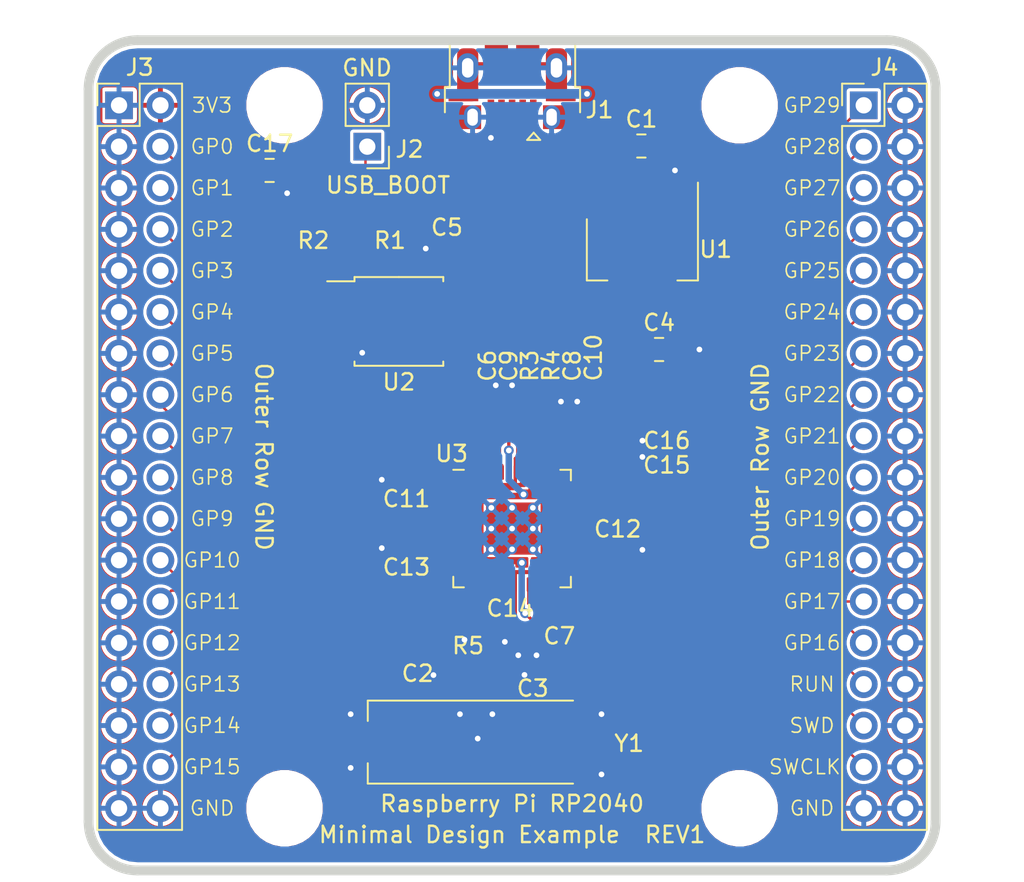
<source format=kicad_pcb>
(kicad_pcb (version 20211014) (generator pcbnew)
  (title_block (title "RP2040 Minimal Design Example") (date "2020-07-13") (rev "REV1") (company "Raspberry Pi (Trading) Ltd"))
  (layers (0 "F.Cu" signal) (31 "B.Cu" signal) (34 "B.Paste" user) (35 "F.Paste" user) (36 "B.SilkS" user "B.Silkscreen") (37 "F.SilkS" user "F.Silkscreen") (38 "B.Mask" user) (39 "F.Mask" user) (44 "Edge.Cuts" user))
  (net 0 "")
  (net 1 "GND")
  (net 2 "VBUS")
  (net 3 "/XIN")
  (net 4 "/XOUT")
  (net 5 "+3V3")
  (net 6 "+1V1")
  (net 7 "Net-(J1-Pad4)")
  (net 8 "/~{USB_BOOT}")
  (net 9 "/GPIO15")
  (net 10 "/GPIO14")
  (net 11 "/GPIO13")
  (net 12 "/GPIO12")
  (net 13 "/GPIO11")
  (net 14 "/GPIO10")
  (net 15 "/GPIO9")
  (net 16 "/GPIO8")
  (net 17 "/GPIO7")
  (net 18 "/GPIO6")
  (net 19 "/GPIO5")
  (net 20 "/GPIO4")
  (net 21 "/GPIO3")
  (net 22 "/GPIO2")
  (net 23 "/GPIO1")
  (net 24 "/GPIO0")
  (net 25 "/GPIO29_ADC3")
  (net 26 "/GPIO28_ADC2")
  (net 27 "/GPIO27_ADC1")
  (net 28 "/GPIO26_ADC0")
  (net 29 "/GPIO25")
  (net 30 "/GPIO24")
  (net 31 "/GPIO23")
  (net 32 "/GPIO22")
  (net 33 "/GPIO21")
  (net 34 "/GPIO20")
  (net 35 "/GPIO19")
  (net 36 "/GPIO18")
  (net 37 "/GPIO17")
  (net 38 "/GPIO16")
  (net 39 "/RUN")
  (net 40 "/SWD")
  (net 41 "/SWCLK")
  (net 42 "/QSPI_SS")
  (net 43 "Net-(R3-Pad2)")
  (net 44 "Net-(R4-Pad2)")
  (net 45 "/QSPI_SD3")
  (net 46 "/QSPI_SCLK")
  (net 47 "/QSPI_SD0")
  (net 48 "/QSPI_SD2")
  (net 49 "/QSPI_SD1")
  (net 50 "/USB_D+")
  (net 51 "/USB_D-")
  (net 52 "Net-(C3-Pad1)")
  (footprint "Capacitor_SMD:C_0805_2012Metric" (layer "F.Cu") (at 109.025 89)
    (fp_text reference "C4")
    (fp_text value "10u")
  )
  (footprint "RP2040_minimal:USB_Micro-B_Amphenol_10103594-0001LF_Horizontal_modified" (layer "F.Cu") (at 100 71.7 180)
    (fp_text reference "J1")
    (fp_text value "USB_B_Micro")
  )
  (footprint "Connector_PinHeader_2.54mm:PinHeader_1x02_P2.54mm_Vertical" (layer "F.Cu") (at 91.11 76.54 180)
    (fp_text reference "J2")
    (fp_text value "Conn_01x02")
  )
  (footprint "Connector_PinHeader_2.54mm:PinHeader_2x18_P2.54mm_Vertical" (layer "F.Cu") (at 75.87 74)
    (fp_text reference "J3")
    (fp_text value "Conn_02x18_Odd_Even")
  )
  (footprint "Capacitor_SMD:C_0402_1005Metric" (layer "F.Cu") (at 104 93.515 90)
    (fp_text reference "C10")
    (fp_text value "1u")
  )
  (footprint "Capacitor_SMD:C_0402_1005Metric" (layer "F.Cu") (at 103 93.515 90)
    (fp_text reference "C8")
    (fp_text value "1u")
  )
  (footprint "Capacitor_SMD:C_0402_1005Metric" (layer "F.Cu") (at 93.515 101.2 180)
    (fp_text reference "C13")
    (fp_text value "100n")
  )
  (footprint "Capacitor_SMD:C_0402_1005Metric" (layer "F.Cu") (at 96.185 82.83 180)
    (fp_text reference "C5")
    (fp_text value "100n")
  )
  (footprint "Capacitor_SMD:C_0402_1005Metric" (layer "F.Cu") (at 89.5 82.315 -90)
    (fp_text reference "R2")
    (fp_text value "DNF")
  )
  (footprint "Connector_PinHeader_2.54mm:PinHeader_2x18_P2.54mm_Vertical" (layer "F.Cu") (at 121.59 74)
    (fp_text reference "J4")
    (fp_text value "Conn_02x18_Odd_Even")
  )
  (footprint "Package_TO_SOT_SMD:SOT-223-3_TabPin2" (layer "F.Cu") (at 108 82.85 -90)
    (fp_text reference "U1")
    (fp_text value "NCP1117-3.3_SOT223")
  )
  (footprint "Package_SO:SOIC-8_5.23x5.23mm_P1.27mm" (layer "F.Cu") (at 93.05 87.275)
    (fp_text reference "U2")
    (fp_text value "W25Q128JVS")
  )
  (footprint "Capacitor_SMD:C_0402_1005Metric" (layer "F.Cu") (at 99.485 109)
    (fp_text reference "C3")
    (fp_text value "27p")
  )
  (footprint "Capacitor_SMD:C_0402_1005Metric" (layer "F.Cu") (at 91 82.315 90)
    (fp_text reference "R1")
    (fp_text value "1k")
  )
  (footprint "Capacitor_SMD:C_0402_1005Metric" (layer "F.Cu") (at 100 92.515 90)
    (fp_text reference "C9")
    (fp_text value "100n")
  )
  (footprint "Capacitor_SMD:C_0402_1005Metric" (layer "F.Cu") (at 106.485 101.2)
    (fp_text reference "C12")
    (fp_text value "100n")
  )
  (footprint "Capacitor_SMD:C_0402_1005Metric" (layer "F.Cu") (at 100.381 106.485 -90)
    (fp_text reference "C14")
    (fp_text value "100n")
  )
  (footprint "Capacitor_SMD:C_0402_1005Metric" (layer "F.Cu") (at 101 93.515 -90)
    (fp_text reference "R3")
    (fp_text value "27")
  )
  (footprint "Capacitor_SMD:C_0402_1005Metric" (layer "F.Cu") (at 101.5 106.485 -90)
    (fp_text reference "C7")
    (fp_text value "100n")
  )
  (footprint "Capacitor_SMD:C_0805_2012Metric" (layer "F.Cu") (at 107.9375 76.5)
    (fp_text reference "C1")
    (fp_text value "10u")
  )
  (footprint "Capacitor_SMD:C_0402_1005Metric" (layer "F.Cu") (at 93.515 97 180)
    (fp_text reference "C11")
    (fp_text value "100n")
  )
  (footprint "Capacitor_SMD:C_0402_1005Metric" (layer "F.Cu") (at 106.485 94.6)
    (fp_text reference "C16")
    (fp_text value "100n")
  )
  (footprint "RP2040_minimal:RP2040-QFN-56" (layer "F.Cu") (at 100 100)
    (fp_text reference "U3")
    (fp_text value "RP2040")
  )
  (footprint "Capacitor_SMD:C_0402_1005Metric" (layer "F.Cu") (at 96.515 109 180)
    (fp_text reference "C2")
    (fp_text value "27p")
  )
  (footprint "MountingHole:MountingHole_2.7mm_M2.5" (layer "F.Cu") (at 113.97 74)
    (fp_text reference "H2" hide)
    (fp_text value "MountingHole")
  )
  (footprint "Capacitor_SMD:C_0402_1005Metric" (layer "F.Cu") (at 102 93.515 -90)
    (fp_text reference "R4")
    (fp_text value "27")
  )
  (footprint "MountingHole:MountingHole_2.7mm_M2.5" (layer "F.Cu") (at 113.97 117.18)
    (fp_text reference "H3" hide)
    (fp_text value "MountingHole")
  )
  (footprint "Capacitor_SMD:C_0402_1005Metric" (layer "F.Cu") (at 99 92.515 90)
    (fp_text reference "C6")
    (fp_text value "100n")
  )
  (footprint "Capacitor_SMD:C_0402_1005Metric" (layer "F.Cu") (at 106.485 96)
    (fp_text reference "C15")
    (fp_text value "100n")
  )
  (footprint "Capacitor_SMD:C_0402_1005Metric" (layer "F.Cu") (at 98.7 107.115 -90)
    (fp_text reference "R5")
    (fp_text value "1k")
  )
  (footprint "MountingHole:MountingHole_2.7mm_M2.5" (layer "F.Cu") (at 86.03 74)
    (fp_text reference "H1" hide)
    (fp_text value "MountingHole")
  )
  (footprint "MountingHole:MountingHole_2.7mm_M2.5" (layer "F.Cu") (at 86.03 117.18)
    (fp_text reference "H4" hide)
    (fp_text value "MountingHole")
  )
  (footprint "RP2040_minimal:Crystal_SMD_HC49-US" (layer "F.Cu") (at 97.841 113.116)
    (fp_text reference "Y1")
    (fp_text value "ABLS-12.000MHZ-B4-T")
  )
  (footprint "Capacitor_SMD:C_0805_2012Metric" (layer "F.Cu") (at 85.115 78)
    (fp_text reference "C17")
    (fp_text value "10u")
  )
  (gr_line (start 123 121) (end 77 121) (layer "Edge.Cuts") (width 0.6))
  (gr_line (start 126 73) (end 126 118) (layer "Edge.Cuts") (width 0.6))
  (gr_line (start 77 70) (end 123 70) (layer "Edge.Cuts") (width 0.6))
  (gr_line (start 74 118) (end 74 73) (layer "Edge.Cuts") (width 0.6))
  (gr_arc (start 77 121) (mid 74.87868 120.12132) (end 74 118) (layer "Edge.Cuts") (width 0.6))
  (gr_arc (start 123 70) (mid 125.12132 70.87868) (end 126 73) (layer "Edge.Cuts") (width 0.6))
  (gr_arc (start 74 73) (mid 74.87868 70.87868) (end 77 70) (layer "Edge.Cuts") (width 0.6))
  (gr_arc (start 126 118) (mid 125.12132 120.12132) (end 123 121) (layer "Edge.Cuts") (width 0.6))
  (gr_text "GP1" (at 81.585 79.08) (layer "F.SilkS") (effects (font (size 0.9 0.9) (thickness 0.1))))
  (gr_text "GP2" (at 81.585 81.62) (layer "F.SilkS") (effects (font (size 0.9 0.9) (thickness 0.1))))
  (gr_text "GP3" (at 81.585 84.16) (layer "F.SilkS") (effects (font (size 0.9 0.9) (thickness 0.1))))
  (gr_text "GP4" (at 81.585 86.7) (layer "F.SilkS") (effects (font (size 0.9 0.9) (thickness 0.1))))
  (gr_text "GP5" (at 81.585 89.24) (layer "F.SilkS") (effects (font (size 0.9 0.9) (thickness 0.1))))
  (gr_text "GP6" (at 81.585 91.78) (layer "F.SilkS") (effects (font (size 0.9 0.9) (thickness 0.1))))
  (gr_text "GP7" (at 81.585 94.32) (layer "F.SilkS") (effects (font (size 0.9 0.9) (thickness 0.1))))
  (gr_text "GP8" (at 81.585 96.86) (layer "F.SilkS") (effects (font (size 0.9 0.9) (thickness 0.1))))
  (gr_text "GP9" (at 81.585 99.4) (layer "F.SilkS") (effects (font (size 0.9 0.9) (thickness 0.1))))
  (gr_text "GP11" (at 81.585 104.48) (layer "F.SilkS") (effects (font (size 0.9 0.9) (thickness 0.1))))
  (gr_text "GP10" (at 81.585 101.94) (layer "F.SilkS") (effects (font (size 0.9 0.9) (thickness 0.1))))
  (gr_text "GP12" (at 81.585 107.02) (layer "F.SilkS") (effects (font (size 0.9 0.9) (thickness 0.1))))
  (gr_text "GP13" (at 81.585 109.56) (layer "F.SilkS") (effects (font (size 0.9 0.9) (thickness 0.1))))
  (gr_text "GP15" (at 81.585 114.64) (layer "F.SilkS") (effects (font (size 0.9 0.9) (thickness 0.1))))
  (gr_text "GP14" (at 81.585 112.1) (layer "F.SilkS") (effects (font (size 0.9 0.9) (thickness 0.1))))
  (gr_text "GP28" (at 118.415 76.54) (layer "F.SilkS") (effects (font (size 0.9 0.9) (thickness 0.1))))
  (gr_text "GP27" (at 118.415 79.08) (layer "F.SilkS") (effects (font (size 0.9 0.9) (thickness 0.1))))
  (gr_text "GP26" (at 118.415 81.62) (layer "F.SilkS") (effects (font (size 0.9 0.9) (thickness 0.1))))
  (gr_text "GP25" (at 118.415 84.16) (layer "F.SilkS") (effects (font (size 0.9 0.9) (thickness 0.1))))
  (gr_text "GP24" (at 118.415 86.7) (layer "F.SilkS") (effects (font (size 0.9 0.9) (thickness 0.1))))
  (gr_text "GP23" (at 118.415 89.24) (layer "F.SilkS") (effects (font (size 0.9 0.9) (thickness 0.1))))
  (gr_text "GP21" (at 118.415 94.32) (layer "F.SilkS") (effects (font (size 0.9 0.9) (thickness 0.1))))
  (gr_text "GP20" (at 118.415 96.86) (layer "F.SilkS") (effects (font (size 0.9 0.9) (thickness 0.1))))
  (gr_text "GP19" (at 118.415 99.4) (layer "F.SilkS") (effects (font (size 0.9 0.9) (thickness 0.1))))
  (gr_text "GP17" (at 118.415 104.48) (layer "F.SilkS") (effects (font (size 0.9 0.9) (thickness 0.1))))
  (gr_text "GP22" (at 118.415 91.78) (layer "F.SilkS") (effects (font (size 0.9 0.9) (thickness 0.1))))
  (gr_text "GP18" (at 118.415 101.94) (layer "F.SilkS") (effects (font (size 0.9 0.9) (thickness 0.1))))
  (gr_text "SWCLK" (at 117.9705 114.64) (layer "F.SilkS") (effects (font (size 0.9 0.9) (thickness 0.1))))
  (gr_text "SWD" (at 118.415 112.1) (layer "F.SilkS") (effects (font (size 0.9 0.9) (thickness 0.1))))
  (gr_text "GP16" (at 118.415 107.02) (layer "F.SilkS") (effects (font (size 0.9 0.9) (thickness 0.1))))
  (gr_text "RUN" (at 118.415 109.56) (layer "F.SilkS") (effects (font (size 0.9 0.9) (thickness 0.1))))
  (gr_text "GND" (at 81.585 117.18) (layer "F.SilkS") (effects (font (size 0.9 0.9) (thickness 0.1))))
  (gr_text "GND" (at 118.415 117.18) (layer "F.SilkS") (effects (font (size 0.9 0.9) (thickness 0.1))))
  (gr_text "GP29" (at 118.415 74) (layer "F.SilkS") (effects (font (size 0.9 0.9) (thickness 0.1))))
  (gr_text "Outer Row GND" (at 84.76 95.59 270) (layer "F.SilkS") (effects (font (size 1 1))))
  (gr_text "Outer Row GND" (at 115.24 95.59 90) (layer "F.SilkS") (effects (font (size 1 1))))
  (gr_text "Raspberry Pi RP2040" (at 100 116.9) (layer "F.SilkS") (effects (font (size 1 1))))
  (gr_text "\nUSB_BOOT" (at 92.38 78.1) (layer "F.SilkS") (effects (font (size 1 1))))
  (gr_text "GND" (at 91.1 71.7) (layer "F.SilkS") (effects (font (size 1 1))))
  (gr_text "Minimal Design Example  REV1" (at 100 118.8) (layer "F.SilkS") (effects (font (size 1 1))))
  (gr_text "GP0" (at 81.585 76.54) (layer "F.SilkS") (effects (font (size 0.9 0.9) (thickness 0.1))))
  (gr_text "3V3" (at 81.585 74) (layer "F.SilkS") (effects (font (size 0.9 0.9) (thickness 0.1))))
  (segment (start 93.03 101.2) (end 92 101.2) (width 0.2) (layer "F.Cu") (net 1))
  (segment (start 100.381 106.97) (end 100.381 107.781984) (width 0.2) (layer "F.Cu") (net 1))
  (segment (start 100.96 71.45) (end 102.46 71.45) (width 0.2) (layer "F.Cu") (net 1))
  (segment (start 99 104.6545) (end 97.079 106.5755) (width 0.15) (layer "F.Cu") (net 1))
  (segment (start 93.03 97) (end 92 97) (width 0.2) (layer "F.Cu") (net 1))
  (segment (start 101.5 106.97) (end 101.5 107.782004) (width 0.2) (layer "F.Cu") (net 1))
  (segment (start 110.3 78.3) (end 110 78) (width 0.2) (layer "F.Cu") (net 1))
  (segment (start 86.14 78) (end 86.14 79.25) (width 0.15) (layer "F.Cu") (net 1))
  (segment (start 102.46 71.45) (end 102.73 71.72) (width 0.2) (layer "F.Cu") (net 1))
  (segment (start 99 92.03) (end 99 91.200008) (width 0.2) (layer "F.Cu") (net 1))
  (segment (start 86.19 79) (end 86.19 79.1) (width 0.15) (layer "F.Cu") (net 1))
  (segment (start 99 113.35) (end 99 114.4) (width 0.2) (layer "F.Cu") (net 1))
  (segment (start 97.079 106.5755) (end 97.079 106.8295) (width 0.15) (layer "F.Cu") (net 1))
  (segment (start 89.45 89.18) (end 90.78 89.18) (width 0.2) (layer "F.Cu") (net 1))
  (segment (start 95.375 82.8) (end 94.7 82.8) (width 0.2) (layer "F.Cu") (net 1))
  (segment (start 95.405 82.83) (end 95.375 82.8) (width 0.2) (layer "F.Cu") (net 1))
  (segment (start 96.03 109) (end 95.174 109) (width 0.2) (layer "F.Cu") (net 1))
  (segment (start 106.97 94.6) (end 108 94.6) (width 0.2) (layer "F.Cu") (net 1))
  (segment (start 98.7 74.6) (end 98.7 76) (width 0.2) (layer "F.Cu") (net 1))
  (segment (start 100.7505 109) (end 100.762 108.9885) (width 0.15) (layer "F.Cu") (net 1))
  (segment (start 99.97 109) (end 99.97 108.68) (width 0.15) (layer "F.Cu") (net 1))
  (segment (start 108.875 76.5) (end 108.875 76.875) (width 0.2) (layer "F.Cu") (net 1))
  (segment (start 107.6 96) (end 108 95.6) (width 0.15) (layer "F.Cu") (net 1))
  (segment (start 110.3 79.7) (end 110.3 78.3) (width 0.2) (layer "F.Cu") (net 1))
  (segment (start 97.54 71.45) (end 97.27 71.72) (width 0.2) (layer "F.Cu") (net 1))
  (segment (start 99.97 109) (end 100.7505 109) (width 0.15) (layer "F.Cu") (net 1))
  (segment (start 104 93.03) (end 104 92.2) (width 0.2) (layer "F.Cu") (net 1))
  (segment (start 106.97 101.2) (end 107.075 101.305) (width 0.2) (layer "F.Cu") (net 1))
  (segment (start 99.04 71.45) (end 97.54 71.45) (width 0.2) (layer "F.Cu") (net 1))
  (segment (start 107.075 101.305) (end 108 101.305) (width 0.2) (layer "F.Cu") (net 1))
  (segment (start 100.381 107.781984) (end 100.380994 107.78199) (width 0.2) (layer "F.Cu") (net 1))
  (segment (start 108.875 76.875) (end 110 78) (width 0.2) (layer "F.Cu") (net 1))
  (segment (start 99.97 108.68) (end 99.5555 108.2655) (width 0.15) (layer "F.Cu") (net 1))
  (segment (start 96.8 111.65) (end 96.8 110.599974) (width 0.2) (layer "F.Cu") (net 1))
  (segment (start 90.78 89.18) (end 90.8 89.2) (width 0.2) (layer "F.Cu") (net 1))
  (segment (start 106.97 96) (end 107.6 96) (width 0.15) (layer "F.Cu") (net 1))
  (segment (start 100 92.03) (end 100 91.2) (width 0.2) (layer "F.Cu") (net 1))
  (segment (start 103 93.03) (end 103 92.2) (width 0.2) (layer "F.Cu") (net 1))
  (segment (start 99.5555 108.2655) (end 99.5555 108.0995) (width 0.15) (layer "F.Cu") (net 1))
  (segment (start 95.7 82.83) (end 95.405 82.83) (width 0.2) (layer "F.Cu") (net 1))
  (segment (start 99 103.4375) (end 99 104.6545) (width 0.15) (layer "F.Cu") (net 1))
  (segment (start 110.05 89) (end 111.5 89) (width 0.2) (layer "F.Cu") (net 1))
  (segment (start 86.14 78.95) (end 86.19 79) (width 0.15) (layer "F.Cu") (net 1))
  (via (at 99.5555 106.9565) (size 0.6) (drill 0.35) (layers "F.Cu" "B.Cu") (net 1))
  (via (at 97.89 112.9) (size 0.6) (drill 0.35) (layers "F.Cu" "B.Cu") (net 1))
  (via (at 98.79 111.4) (size 0.6) (drill 0.35) (layers "F.Cu" "B.Cu") (net 1))
  (via (at 90.09 114.7) (size 0.6) (drill 0.35) (layers "F.Cu" "B.Cu") (net 1))
  (via (at 90.09 111.4) (size 0.6) (drill 0.35) (layers "F.Cu" "B.Cu") (net 1))
  (via (at 105.49 111.4) (size 0.6) (drill 0.35) (layers "F.Cu" "B.Cu") (net 1))
  (via (at 100.762 108.9885) (size 0.6) (drill 0.35) (layers "F.Cu" "B.Cu") (net 1))
  (via (at 108 101.305) (size 0.6) (drill 0.35) (layers "F.Cu" "B.Cu") (net 1))
  (via (at 105.49 115.1) (size 0.6) (drill 0.35) (layers "F.Cu" "B.Cu") (net 1))
  (via (at 108 94.6) (size 0.6) (drill 0.35) (layers "F.Cu" "B.Cu") (net 1))
  (via (at 103 92.2) (size 0.6) (drill 0.35) (layers "F.Cu" "B.Cu") (net 1))
  (via (at 94.7 82.8) (size 0.6) (drill 0.35) (layers "F.Cu" "B.Cu") (net 1))
  (via (at 92 97) (size 0.6) (drill 0.35) (layers "F.Cu" "B.Cu") (net 1))
  (via (at 95.174 109) (size 0.6) (drill 0.35) (layers "F.Cu" "B.Cu") (net 1))
  (via (at 99 91.200008) (size 0.6) (drill 0.35) (layers "F.Cu" "B.Cu") (net 1))
  (via (at 92 101.2) (size 0.6) (drill 0.35) (layers "F.Cu" "B.Cu") (net 1))
  (via (at 100 91.2) (size 0.6) (drill 0.35) (layers "F.Cu" "B.Cu") (net 1))
  (via (at 100.380994 107.78199) (size 0.6) (drill 0.35) (layers "F.Cu" "B.Cu") (net 1))
  (via (at 111.5 89) (size 0.6) (drill 0.35) (layers "F.Cu" "B.Cu") (net 1))
  (via (at 101.5 107.782004) (size 0.6) (drill 0.35) (layers "F.Cu" "B.Cu") (net 1))
  (via (at 97.079 106.8295) (size 0.6) (drill 0.35) (layers "F.Cu" "B.Cu") (net 1))
  (via (at 104 92.2) (size 0.6) (drill 0.35) (layers "F.Cu" "B.Cu") (net 1))
  (via (at 98.7 76) (size 0.6) (drill 0.35) (layers "F.Cu" "B.Cu") (net 1))
  (via (at 108 95.6) (size 0.6) (drill 0.35) (layers "F.Cu" "B.Cu") (net 1))
  (via (at 90.8 89.2) (size 0.6) (drill 0.35) (layers "F.Cu" "B.Cu") (net 1))
  (via (at 96.8 111.4) (size 0.6) (drill 0.35) (layers "F.Cu" "B.Cu") (net 1))
  (via (at 86.19 79.4) (size 0.6) (drill 0.35) (layers "F.Cu" "B.Cu") (net 1))
  (via (at 110 78) (size 0.6) (drill 0.35) (layers "F.Cu" "B.Cu") (net 1))
  (segment (start 103.299999 92.499999) (end 103 92.2) (width 0.2) (layer "B.Cu") (net 1))
  (segment (start 104 93) (end 103.8 93) (width 0.2) (layer "B.Cu") (net 1))
  (segment (start 103.8 93) (end 103.299999 92.499999) (width 0.2) (layer "B.Cu") (net 1))
  (segment (start 101.3 75.5) (end 102.1 76.3) (width 0.4) (layer "F.Cu") (net 2))
  (segment (start 101.3 74.525) (end 101.3 75.5) (width 0.4) (layer "F.Cu") (net 2))
  (segment (start 97.8 108.2) (end 97 109) (width 0.15) (layer "F.Cu") (net 3))
  (segment (start 96.317 113.116) (end 93.341 113.116) (width 0.15) (layer "F.Cu") (net 3))
  (segment (start 97 109) (end 97.6505 109.6505) (width 0.15) (layer "F.Cu") (net 3))
  (segment (start 97.6505 111.7825) (end 96.317 113.116) (width 0.15) (layer "F.Cu") (net 3))
  (segment (start 97.8 106.537861) (end 97.8 108.2) (width 0.15) (layer "F.Cu") (net 3))
  (segment (start 99.4 103.4375) (end 99.4 104.937861) (width 0.15) (layer "F.Cu") (net 3))
  (segment (start 97.6505 109.6505) (end 97.6505 111.7825) (width 0.15) (layer "F.Cu") (net 3))
  (segment (start 99.4 104.937861) (end 97.8 106.537861) (width 0.15) (layer "F.Cu") (net 3))
  (segment (start 99.8 105.1) (end 98.7 106.2) (width 0.15) (layer "F.Cu") (net 4))
  (segment (start 98.7 106.2) (end 98.7 106.63) (width 0.15) (layer "F.Cu") (net 4))
  (segment (start 99.8 103.4375) (end 99.8 105.1) (width 0.15) (layer "F.Cu") (net 4))
  (segment (start 100.9525 106.2515) (end 100.9525 108.163) (width 0.15) (layer "F.Cu") (net 5))
  (segment (start 100 93.762534) (end 100.350001 94.112535) (width 0.2) (layer "F.Cu") (net 5))
  (segment (start 100.2 95.7) (end 100.2 96.5625) (width 0.2) (layer "F.Cu") (net 5))
  (segment (start 103.4375 97.4) (end 102.6 97.4) (width 0.2) (layer "F.Cu") (net 5))
  (segment (start 103.4375 101) (end 102.6 101) (width 0.2) (layer "F.Cu") (net 5))
  (segment (start 96.65 82.85) (end 96.67 82.83) (width 0.2) (layer "F.Cu") (net 5))
  (segment (start 100.381 105.6865) (end 100.381 106) (width 0.2) (layer "F.Cu") (net 5))
  (segment (start 102.2 97.2) (end 102.4 97.4) (width 0.2) (layer "F.Cu") (net 5))
  (segment (start 100.2 97.4) (end 100.2 97) (width 0.2) (layer "F.Cu") (net 5))
  (segment (start 102.6 96.5625) (end 102.6 97.4) (width 0.2) (layer "F.Cu") (net 5))
  (segment (start 100.9525 108.163) (end 101.096505 108.307005) (width 0.15) (layer "F.Cu") (net 5))
  (segment (start 100.2 102.8) (end 100 102.6) (width 0.2) (layer "F.Cu") (net 5))
  (segment (start 74.7 72.9) (end 74.7 75.2) (width 0.3) (layer "F.Cu") (net 5))
  (segment (start 100.6 95.799998) (end 100.350001 95.549999) (width 0.2) (layer "F.Cu") (net 5))
  (segment (start 101.096505 108.307005) (end 102.141995 108.307005) (width 0.15) (layer "F.Cu") (net 5))
  (segment (start 100.2 105.5055) (end 100.381 105.6865) (width 0.2) (layer "F.Cu") (net 5))
  (segment (start 108 86) (end 108 89) (width 0.2) (layer "F.Cu") (net 5))
  (segment (start 100.381 106) (end 100.701 106) (width 0.15) (layer "F.Cu") (net 5))
  (segment (start 100.6 96.5625) (end 100.6 97.2) (width 0.2) (layer "F.Cu") (net 5))
  (segment (start 96.5625 97.4) (end 97.4 97.4) (width 0.2) (layer "F.Cu") (net 5))
  (segment (start 105.8 101) (end 106 101.2) (width 0.2) (layer "F.Cu") (net 5))
  (segment (start 96.65 85.37) (end 96.65 82.85) (width 0.2) (layer "F.Cu") (net 5))
  (segment (start 102.2 96.1) (end 103.6 94.7) (width 0.2) (layer "F.Cu") (net 5))
  (segment (start 96.5625 101) (end 94.2 101) (width 0.2) (layer "F.Cu") (net 5))
  (segment (start 94.2 101) (end 94 101.2) (width 0.2) (layer "F.Cu") (net 5))
  (segment (start 100.6 96.5625) (end 100.6 95.799998) (width 0.2) (layer "F.Cu") (net 5))
  (segment (start 100.2 96.5625) (end 100.2 97.4) (width 0.2) (layer "F.Cu") (net 5))
  (segment (start 100.350001 95.549999) (end 100.2 95.7) (width 0.2) (layer "F.Cu") (net 5))
  (segment (start 102.2 96.5625) (end 102.2 97.2) (width 0.2) (layer "F.Cu") (net 5))
  (segment (start 100.6 97.2) (end 100.4 97.4) (width 0.2) (layer "F.Cu") (net 5))
  (segment (start 103.4375 101) (end 105.8 101) (width 0.2) (layer "F.Cu") (net 5))
  (segment (start 96.5625 101) (end 97.4 101) (width 0.2) (layer "F.Cu") (net 5))
  (segment (start 100.2 103.4375) (end 100.2 105.5055) (width 0.2) (layer "F.Cu") (net 5))
  (segment (start 100.701 106) (end 100.9525 106.2515) (width 0.15) (layer "F.Cu") (net 5))
  (segment (start 102.2 96.5625) (end 102.2 96.1) (width 0.2) (layer "F.Cu") (net 5))
  (segment (start 96.5625 97.4) (end 95.7 97.4) (width 0.2) (layer "F.Cu") (net 5))
  (segment (start 100.350001 94.112535) (end 100.350001 95.549999) (width 0.2) (layer "F.Cu") (net 5))
  (segment (start 100.2 103.4375) (end 100.2 102.8) (width 0.2) (layer "F.Cu") (net 5))
  (segment (start 100 93) (end 100 93.762534) (width 0.2) (layer "F.Cu") (net 5))
  (via (at 104.6 73.3) (size 0.6) (drill 0.35) (layers "F.Cu" "B.Cu") (net 5))
  (via (at 95.4 73.3) (size 0.6) (drill 0.35) (layers "F.Cu" "B.Cu") (net 5))
  (segment (start 104.6 73.3) (end 95.4 73.3) (width 0.6) (layer "B.Cu") (net 5))
  (segment (start 99.8 96.5625) (end 99.8 95.199994) (width 0.2) (layer "F.Cu") (net 6))
  (segment (start 101.5 106) (end 101.5 105.9) (width 0.2) (layer "F.Cu") (net 6))
  (segment (start 100.5 97.9) (end 100.7 97.9) (width 0.15) (layer "F.Cu") (net 6))
  (segment (start 99 93.295) (end 99.8 94.095) (width 0.2) (layer "F.Cu") (net 6))
  (segment (start 101.5 105.9) (end 100.8 105.2) (width 0.2) (layer "F.Cu") (net 6))
  (segment (start 103 94.6) (end 103 94) (width 0.2) (layer "F.Cu") (net 6))
  (segment (start 99.8 94.095) (end 99.8 94.77573) (width 0.2) (layer "F.Cu") (net 6))
  (segment (start 100.6 105) (end 100.8 105.2) (width 0.2) (layer "F.Cu") (net 6))
  (segment (start 101.8 96.5625) (end 101.8 97.4) (width 0.2) (layer "F.Cu") (net 6))
  (segment (start 99.8 94.77573) (end 99.8 95.199994) (width 0.2) (layer "F.Cu") (net 6))
  (segment (start 100.4 98) (end 100.5 97.9) (width 0.15) (layer "F.Cu") (net 6))
  (segment (start 99 93) (end 99 93.295) (width 0.2) (layer "F.Cu") (net 6))
  (segment (start 101.8 96.5625) (end 101.8 95.8) (width 0.2) (layer "F.Cu") (net 6))
  (segment (start 100.6 103.4375) (end 100.6 105) (width 0.2) (layer "F.Cu") (net 6))
  (segment (start 101.8 95.8) (end 103 94.6) (width 0.2) (layer "F.Cu") (net 6))
  (via (at 99.8 95.199994) (size 0.6) (drill 0.35) (layers "F.Cu" "B.Cu") (net 6))
  (via (at 100.8 105.2) (size 0.6) (drill 0.35) (layers "F.Cu" "B.Cu") (net 6))
  (via (at 100.7 97.9) (size 0.6) (drill 0.35) (layers "F.Cu" "B.Cu") (net 6))
  (via (at 100.59997 102.1) (size 0.6) (drill 0.35) (layers "F.Cu" "B.Cu") (net 6))
  (segment (start 100.59 102.10997) (end 100.59997 102.1) (width 0.4) (layer "B.Cu") (net 6))
  (segment (start 99.8 95.199994) (end 99.8 97.01) (width 0.4) (layer "B.Cu") (net 6))
  (segment (start 99.8 97.01) (end 100.69 97.9) (width 0.4) (layer "B.Cu") (net 6))
  (segment (start 100.59 104.99) (end 100.59 102.10997) (width 0.4) (layer "B.Cu") (net 6))
  (segment (start 100.8 105.2) (end 100.59 104.99) (width 0.4) (layer "B.Cu") (net 6))
  (segment (start 100.69 97.9) (end 100.7 97.9) (width 0.4) (layer "B.Cu") (net 6))
  (segment (start 91 81.83) (end 91 76.65) (width 0.15) (layer "F.Cu") (net 8))
  (segment (start 91 76.65) (end 91.11 76.54) (width 0.15) (layer "F.Cu") (net 8))
  (segment (start 96.687861 106.35) (end 86.7 106.35) (width 0.15) (layer "F.Cu") (net 9))
  (segment (start 86.7 106.35) (end 78.41 114.64) (width 0.15) (layer "F.Cu") (net 9))
  (segment (start 98.6 103.4375) (end 98.6 104.437861) (width 0.15) (layer "F.Cu") (net 9))
  (segment (start 98.6 104.437861) (end 96.687861 106.35) (width 0.15) (layer "F.Cu") (net 9))
  (segment (start 96.675 105.715) (end 84.795 105.715) (width 0.15) (layer "F.Cu") (net 10))
  (segment (start 84.795 105.715) (end 78.41 112.1) (width 0.15) (layer "F.Cu") (net 10))
  (segment (start 98.2 104.19) (end 96.675 105.715) (width 0.15) (layer "F.Cu") (net 10))
  (segment (start 98.2 103.4375) (end 98.2 104.19) (width 0.15) (layer "F.Cu") (net 10))
  (segment (start 82.89 105.08) (end 78.41 109.56) (width 0.15) (layer "F.Cu") (net 11))
  (segment (start 97.8 103.4375) (end 97.8 103.875) (width 0.15) (layer "F.Cu") (net 11))
  (segment (start 96.595 105.08) (end 82.89 105.08) (width 0.15) (layer "F.Cu") (net 11))
  (segment (start 97.8 103.875) (end 96.595 105.08) (width 0.15) (layer "F.Cu") (net 11))
  (segment (start 97.4 103.4375) (end 97.3 103.5375) (width 0.15) (layer "F.Cu") (net 12))
  (segment (start 96.19 104.445) (end 80.985 104.445) (width 0.15) (layer "F.Cu") (net 12))
  (segment (start 80.985 104.445) (end 78.41 107.02) (width 0.15) (layer "F.Cu") (net 12))
  (segment (start 97.0975 103.5375) (end 96.19 104.445) (width 0.15) (layer "F.Cu") (net 12))
  (segment (start 97.3 103.5375) (end 97.0975 103.5375) (width 0.15) (layer "F.Cu") (net 12))
  (segment (start 94.92 103.81) (end 79.08 103.81) (width 0.15) (layer "F.Cu") (net 13))
  (segment (start 79.08 103.81) (end 78.41 104.48) (width 0.15) (layer "F.Cu") (net 13))
  (segment (start 96.5625 102.6) (end 96.13 102.6) (width 0.15) (layer "F.Cu") (net 13))
  (segment (start 96.13 102.6) (end 94.92 103.81) (width 0.15) (layer "F.Cu") (net 13))
  (segment (start 94.285 103.175) (end 79.645 103.175) (width 0.15) (layer "F.Cu") (net 14))
  (segment (start 79.645 103.175) (end 78.41 101.94) (width 0.15) (layer "F.Cu") (net 14))
  (segment (start 95.26 102.2) (end 94.285 103.175) (width 0.15) (layer "F.Cu") (net 14))
  (segment (start 96.5625 102.2) (end 95.26 102.2) (width 0.15) (layer "F.Cu") (net 14))
  (segment (start 81.55 102.54) (end 78.41 99.4) (width 0.15) (layer "F.Cu") (net 15))
  (segment (start 96.5625 101.8) (end 95.025 101.8) (width 0.15) (layer "F.Cu") (net 15))
  (segment (start 95.025 101.8) (end 94.285 102.54) (width 0.15) (layer "F.Cu") (net 15))
  (segment (start 94.285 102.54) (end 81.55 102.54) (width 0.15) (layer "F.Cu") (net 15))
  (segment (start 94.79 101.4) (end 94.285 101.905) (width 0.15) (layer "F.Cu") (net 16))
  (segment (start 96.5625 101.4) (end 94.79 101.4) (width 0.15) (layer "F.Cu") (net 16))
  (segment (start 83.455 101.905) (end 78.41 96.86) (width 0.15) (layer "F.Cu") (net 16))
  (segment (start 94.285 101.905) (end 83.455 101.905) (width 0.15) (layer "F.Cu") (net 16))
  (segment (start 84.69 100.6) (end 78.41 94.32) (width 0.15) (layer "F.Cu") (net 17))
  (segment (start 96.5625 100.6) (end 84.69 100.6) (width 0.15) (layer "F.Cu") (net 17))
  (segment (start 78.41 92.38) (end 78.41 91.78) (width 0.15) (layer "F.Cu") (net 18))
  (segment (start 86.23 100.2) (end 78.41 92.38) (width 0.15) (layer "F.Cu") (net 18))
  (segment (start 96.5625 100.2) (end 86.23 100.2) (width 0.15) (layer "F.Cu") (net 18))
  (segment (start 79.68 92.38) (end 79.68 90.51) (width 0.15) (layer "F.Cu") (net 19))
  (segment (start 79.68 90.51) (end 78.41 89.24) (width 0.15) (layer "F.Cu") (net 19))
  (segment (start 87.1 99.8) (end 79.68 92.38) (width 0.15) (layer "F.Cu") (net 19))
  (segment (start 96.5625 99.8) (end 87.1 99.8) (width 0.15) (layer "F.Cu") (net 19))
  (segment (start 87.97 99.4) (end 80.95 92.38) (width 0.15) (layer "F.Cu") (net 20))
  (segment (start 80.95 89.24) (end 78.41 86.7) (width 0.15) (layer "F.Cu") (net 20))
  (segment (start 96.5625 99.4) (end 87.97 99.4) (width 0.15) (layer "F.Cu") (net 20))
  (segment (start 80.95 92.38) (end 80.95 89.24) (width 0.15) (layer "F.Cu") (net 20))
  (segment (start 88.84 99) (end 82.22 92.38) (width 0.15) (layer "F.Cu") (net 21))
  (segment (start 82.22 87.9525) (end 78.4275 84.16) (width 0.15) (layer "F.Cu") (net 21))
  (segment (start 78.4275 84.16) (end 78.41 84.16) (width 0.15) (layer "F.Cu") (net 21))
  (segment (start 82.22 92.38) (end 82.22 87.9525) (width 0.15) (layer "F.Cu") (net 21))
  (segment (start 96.5625 99) (end 88.84 99) (width 0.15) (layer "F.Cu") (net 21))
  (segment (start 78.4275 81.62) (end 78.41 81.62) (width 0.15) (layer "F.Cu") (net 22))
  (segment (start 83.49 92.38) (end 83.49 86.6825) (width 0.15) (layer "F.Cu") (net 22))
  (segment (start 96.5625 98.6) (end 89.71 98.6) (width 0.15) (layer "F.Cu") (net 22))
  (segment (start 89.71 98.6) (end 83.49 92.38) (width 0.15) (layer "F.Cu") (net 22))
  (segment (start 83.49 86.6825) (end 78.4275 81.62) (width 0.15) (layer "F.Cu") (net 22))
  (segment (start 78.4275 79.08) (end 78.41 79.08) (width 0.15) (layer "F.Cu") (net 23))
  (segment (start 84.76 92.38) (end 84.76 85.4125) (width 0.15) (layer "F.Cu") (net 23))
  (segment (start 84.76 85.4125) (end 78.4275 79.08) (width 0.15) (layer "F.Cu") (net 23))
  (segment (start 90.58 98.2) (end 84.76 92.38) (width 0.15) (layer "F.Cu") (net 23))
  (segment (start 96.5625 98.2) (end 90.58 98.2) (width 0.15) (layer "F.Cu") (net 23))
  (segment (start 91.45 97.8) (end 86.03 92.38) (width 0.15) (layer "F.Cu") (net 24))
  (segment (start 86.03 84.16) (end 78.41 76.54) (width 0.15) (layer "F.Cu") (net 24))
  (segment (start 86.03 92.38) (end 86.03 84.16) (width 0.15) (layer "F.Cu") (net 24))
  (segment (start 96.5625 97.8) (end 91.45 97.8) (width 0.15) (layer "F.Cu") (net 24))
  (segment (start 121.58125 74) (end 121.59 74) (width 0.15) (layer "F.Cu") (net 25))
  (segment (start 112.065 83.51625) (end 121.58125 74) (width 0.15) (layer "F.Cu") (net 25))
  (segment (start 103.4375 97.8) (end 106.645 97.8) (width 0.15) (layer "F.Cu") (net 25))
  (segment (start 112.065 92.38) (end 112.065 83.51625) (width 0.15) (layer "F.Cu") (net 25))
  (segment (start 106.645 97.8) (end 112.065 92.38) (width 0.15) (layer "F.Cu") (net 25))
  (segment (start 107.515 98.2) (end 113.335 92.38) (width 0.15) (layer "F.Cu") (net 26))
  (segment (start 103.4375 98.2) (end 107.515 98.2) (width 0.15) (layer "F.Cu") (net 26))
  (segment (start 113.335 92.38) (end 113.335 84.795) (width 0.15) (layer "F.Cu") (net 26))
  (segment (start 113.335 84.795) (end 120.93 77.2) (width 0.15) (layer "F.Cu") (net 26))
  (segment (start 120.93 77.2) (end 121.59 76.54) (width 0.15) (layer "F.Cu") (net 26))
  (segment (start 108.385 98.6) (end 114.605 92.38) (width 0.15) (layer "F.Cu") (net 27))
  (segment (start 114.605 92.38) (end 114.605 86.065) (width 0.15) (layer "F.Cu") (net 27))
  (segment (start 114.605 86.065) (end 120.92 79.75) (width 0.15) (layer "F.Cu") (net 27))
  (segment (start 103.4375 98.6) (end 108.385 98.6) (width 0.15) (layer "F.Cu") (net 27))
  (segment (start 120.92 79.75) (end 121.59 79.08) (width 0.15) (layer "F.Cu") (net 27))
  (segment (start 109.2725 99) (end 115.875 92.3975) (width 0.15) (layer "F.Cu") (net 28))
  (segment (start 115.875 87.335) (end 120.92 82.29) (width 0.15) (layer "F.Cu") (net 28))
  (segment (start 115.875 92.3975) (end 115.875 87.335) (width 0.15) (layer "F.Cu") (net 28))
  (segment (start 103.4375 99) (end 109.2725 99) (width 0.15) (layer "F.Cu") (net 28))
  (segment (start 120.92 82.29) (end 121.59 81.62) (width 0.15) (layer "F.Cu") (net 28))
  (segment (start 110.125 99.4) (end 117.145 92.38) (width 0.15) (layer "F.Cu") (net 29))
  (segment (start 103.4375 99.4) (end 110.125 99.4) (width 0.15) (layer "F.Cu") (net 29))
  (segment (start 117.145 92.38) (end 117.145 88.605) (width 0.15) (layer "F.Cu") (net 29))
  (segment (start 117.145 88.605) (end 120.92 84.83) (width 0.15) (layer "F.Cu") (net 29))
  (segment (start 120.92 84.83) (end 121.59 84.16) (width 0.15) (layer "F.Cu") (net 29))
  (segment (start 118.415 92.38) (end 118.415 89.875) (width 0.15) (layer "F.Cu") (net 30))
  (segment (start 110.995 99.8) (end 118.415 92.38) (width 0.15) (layer "F.Cu") (net 30))
  (segment (start 103.4375 99.8) (end 110.995 99.8) (width 0.15) (layer "F.Cu") (net 30))
  (segment (start 118.415 89.875) (end 120.92 87.37) (width 0.15) (layer "F.Cu") (net 30))
  (segment (start 120.92 87.37) (end 121.59 86.7) (width 0.15) (layer "F.Cu") (net 30))
  (segment (start 111.865 100.2) (end 105.2 100.2) (width 0.15) (layer "F.Cu") (net 31))
  (segment (start 121.59 89.24) (end 119.685 91.145) (width 0.15) (layer "F.Cu") (net 31))
  (segment (start 105.2 100.2) (end 103.4375 100.2) (width 0.15) (layer "F.Cu") (net 31))
  (segment (start 119.685 92.38) (end 111.865 100.2) (width 0.15) (layer "F.Cu") (net 31))
  (segment (start 119.685 91.145) (end 119.685 92.38) (width 0.15) (layer "F.Cu") (net 31))
  (segment (start 103.4375 100.6) (end 112.77 100.6) (width 0.15) (layer "F.Cu") (net 32))
  (segment (start 120.32 93.05) (end 121.59 91.78) (width 0.15) (layer "F.Cu") (net 32))
  (segment (start 112.77 100.6) (end 120.32 93.05) (width 0.15) (layer "F.Cu") (net 32))
  (segment (start 113.97 101.94) (end 120.32 95.59) (width 0.15) (layer "F.Cu") (net 33))
  (segment (start 104.56875 101.4) (end 105.10875 101.94) (width 0.15) (layer "F.Cu") (net 33))
  (segment (start 105.10875 101.94) (end 113.97 101.94) (width 0.15) (layer "F.Cu") (net 33))
  (segment (start 103.4375 101.4) (end 104.56875 101.4) (width 0.15) (layer "F.Cu") (net 33))
  (segment (start 120.32 95.59) (end 121.59 94.32) (width 0.15) (layer "F.Cu") (net 33))
  (segment (start 103.4375 101.8) (end 104.305 101.8) (width 0.15) (layer "F.Cu") (net 34))
  (segment (start 115.875 102.575) (end 120.32 98.13) (width 0.15) (layer "F.Cu") (net 34))
  (segment (start 104.305 101.8) (end 105.08 102.575) (width 0.15) (layer "F.Cu") (net 34))
  (segment (start 105.08 102.575) (end 115.875 102.575) (width 0.15) (layer "F.Cu") (net 34))
  (segment (start 120.32 98.13) (end 121.59 96.86) (width 0.15) (layer "F.Cu") (net 34))
  (segment (start 104.07 102.2) (end 105.08 103.21) (width 0.15) (layer "F.Cu") (net 35))
  (segment (start 105.08 103.21) (end 117.78 103.21) (width 0.15) (layer "F.Cu") (net 35))
  (segment (start 120.32 100.67) (end 121.59 99.4) (width 0.15) (layer "F.Cu") (net 35))
  (segment (start 117.78 103.21) (end 120.32 100.67) (width 0.15) (layer "F.Cu") (net 35))
  (segment (start 103.4375 102.2) (end 104.07 102.2) (width 0.15) (layer "F.Cu") (net 35))
  (segment (start 103.835 102.6) (end 103.4375 102.6) (width 0.15) (layer "F.Cu") (net 36))
  (segment (start 121.59 101.94) (end 119.685 103.845) (width 0.15) (layer "F.Cu") (net 36))
  (segment (start 119.685 103.845) (end 105.08 103.845) (width 0.15) (layer "F.Cu") (net 36))
  (segment (start 105.08 103.845) (end 103.835 102.6) (width 0.15) (layer "F.Cu") (net 36))
  (segment (start 104.385181 104.48) (end 121.59 104.48) (width 0.15) (layer "F.Cu") (net 37))
  (segment (start 102.6 103.4375) (end 103.342681 103.4375) (width 0.15) (layer "F.Cu") (net 37))
  (segment (start 103.342681 103.4375) (end 104.385181 104.48) (width 0.15) (layer "F.Cu") (net 37))
  (segment (start 119.685 105.115) (end 103.315 105.115) (width 0.15) (layer "F.Cu") (net 38))
  (segment (start 103.315 105.115) (end 102.2 104) (width 0.15) (layer "F.Cu") (net 38))
  (segment (start 102.2 104) (end 102.2 103.4375) (width 0.15) (layer "F.Cu") (net 38))
  (segment (start 121.59 107.02) (end 119.685 105.115) (width 0.15) (layer "F.Cu") (net 38))
  (segment (start 103.35 105.75) (end 101.8 104.2) (width 0.15) (layer "F.Cu") (net 39))
  (segment (start 121.59 109.56) (end 117.78 105.75) (width 0.15) (layer "F.Cu") (net 39))
  (segment (start 117.78 105.75) (end 103.35 105.75) (width 0.15) (layer "F.Cu") (net 39))
  (segment (start 101.8 104.2) (end 101.8 103.4375) (width 0.15) (layer "F.Cu") (net 39))
  (segment (start 115.875 106.385) (end 103.385 106.385) (width 0.15) (layer "F.Cu") (net 40))
  (segment (start 101.4 104.4) (end 101.4 103.4375) (width 0.15) (layer "F.Cu") (net 40))
  (segment (start 121.59 112.1) (end 115.875 106.385) (width 0.15) (layer "F.Cu") (net 40))
  (segment (start 103.385 106.385) (end 101.4 104.4) (width 0.15) (layer "F.Cu") (net 40))
  (segment (start 103.408501 107.02) (end 101 104.611499) (width 0.15) (layer "F.Cu") (net 41))
  (segment (start 121.59 114.64) (end 113.97 107.02) (width 0.15) (layer "F.Cu") (net 41))
  (segment (start 101 104.611499) (end 101 103.4375) (width 0.15) (layer "F.Cu") (net 41))
  (segment (start 113.97 107.02) (end 103.408501 107.02) (width 0.15) (layer "F.Cu") (net 41))
  (segment (start 87.5 86.8) (end 87.5 90.2) (width 0.15) (layer "F.Cu") (net 42))
  (segment (start 87.5 90.2) (end 88.6 91.3) (width 0.15) (layer "F.Cu") (net 42))
  (segment (start 97.4 96.4) (end 97.4 96.6) (width 0.15) (layer "F.Cu") (net 42))
  (segment (start 89.45 82.85) (end 89.5 82.8) (width 0.15) (layer "F.Cu") (net 42))
  (segment (start 89.5 82.8) (end 91 82.8) (width 0.15) (layer "F.Cu") (net 42))
  (segment (start 92.3 91.3) (end 97.4 96.4) (width 0.15) (layer "F.Cu") (net 42))
  (segment (start 89.45 85.37) (end 89.45 82.85) (width 0.15) (layer "F.Cu") (net 42))
  (segment (start 88.93 85.37) (end 87.5 86.8) (width 0.15) (layer "F.Cu") (net 42))
  (segment (start 88.6 91.3) (end 92.3 91.3) (width 0.15) (layer "F.Cu") (net 42))
  (segment (start 97.4 96.6) (end 97.4 96.6275) (width 0.15) (layer "F.Cu") (net 42))
  (segment (start 89.45 85.37) (end 88.93 85.37) (width 0.15) (layer "F.Cu") (net 42))
  (segment (start 101 96.5625) (end 101 94) (width 0.2) (layer "F.Cu") (net 43))
  (segment (start 102 94.7) (end 102 94) (width 0.2) (layer "F.Cu") (net 44))
  (segment (start 101.4 96.5625) (end 101.4 95.3) (width 0.2) (layer "F.Cu") (net 44))
  (segment (start 101.4 95.3) (end 102 94.7) (width 0.2) (layer "F.Cu") (net 44))
  (segment (start 97.9 92.9) (end 97.9 91.1) (width 0.15) (layer "F.Cu") (net 45))
  (segment (start 98.4 90.6) (end 98.4 87.8) (width 0.15) (layer "F.Cu") (net 45))
  (segment (start 97.9 91.1) (end 98.4 90.6) (width 0.15) (layer "F.Cu") (net 45))
  (segment (start 99.4 96.5625) (end 99.4 96.125) (width 0.15) (layer "F.Cu") (net 45))
  (segment (start 99.4 96.125) (end 99.251321 95.976321) (width 0.15) (layer "F.Cu") (net 45))
  (segment (start 97.24 86.64) (end 96.65 86.64) (width 0.15) (layer "F.Cu") (net 45))
  (segment (start 99.251321 94.251321) (end 97.9 92.9) (width 0.15) (layer "F.Cu") (net 45))
  (segment (start 98.4 87.8) (end 97.24 86.64) (width 0.15) (layer "F.Cu") (net 45))
  (segment (start 99.251321 95.976321) (end 99.251321 94.251321) (width 0.15) (layer "F.Cu") (net 45))
  (segment (start 97.3 90.9) (end 97.8 90.4) (width 0.15) (layer "F.Cu") (net 46))
  (segment (start 97.21 87.91) (end 96.65 87.91) (width 0.15) (layer "F.Cu") (net 46))
  (segment (start 98.95131 94.75131) (end 97.3 93.1) (width 0.15) (layer "F.Cu") (net 46))
  (segment (start 99 96.5725) (end 98.95131 96.52381) (width 0.15) (layer "F.Cu") (net 46))
  (segment (start 97.8 90.4) (end 97.8 88.5) (width 0.15) (layer "F.Cu") (net 46))
  (segment (start 97.3 93.1) (end 97.3 90.9) (width 0.15) (layer "F.Cu") (net 46))
  (segment (start 97.8 88.5) (end 97.21 87.91) (width 0.15) (layer "F.Cu") (net 46))
  (segment (start 98.95131 96.52381) (end 98.95131 94.75131) (width 0.15) (layer "F.Cu") (net 46))
  (segment (start 98.6 95.2) (end 96.7 93.3) (width 0.15) (layer "F.Cu") (net 47))
  (segment (start 96.7 89.23) (end 96.65 89.18) (width 0.15) (layer "F.Cu") (net 47))
  (segment (start 98.6 96.5725) (end 98.6 95.2) (width 0.15) (layer "F.Cu") (net 47))
  (segment (start 96.7 93.3) (end 96.7 89.23) (width 0.15) (layer "F.Cu") (net 47))
  (segment (start 98.2 96.5725) (end 98.2 95.6) (width 0.15) (layer "F.Cu") (net 48))
  (segment (start 98.2 95.6) (end 90.51 87.91) (width 0.15) (layer "F.Cu") (net 48))
  (segment (start 90.51 87.91) (end 89.45 87.91) (width 0.15) (layer "F.Cu") (net 48))
  (segment (start 88.1 87.5) (end 88.96 86.64) (width 0.15) (layer "F.Cu") (net 49))
  (segment (start 97.8 96.5725) (end 97.8 96) (width 0.15) (layer "F.Cu") (net 49))
  (segment (start 92.5 90.7) (end 89 90.7) (width 0.15) (layer "F.Cu") (net 49))
  (segment (start 88.1 89.8) (end 88.1 87.5) (width 0.15) (layer "F.Cu") (net 49))
  (segment (start 88.96 86.64) (end 89.45 86.64) (width 0.15) (layer "F.Cu") (net 49))
  (segment (start 89 90.7) (end 88.1 89.8) (width 0.15) (layer "F.Cu") (net 49))
  (segment (start 97.8 96) (end 92.5 90.7) (width 0.15) (layer "F.Cu") (net 49))
  (segment (start 101 93.03) (end 101.025 93.005) (width 0.8) (layer "F.Cu") (net 50))
  (segment (start 100 74.525) (end 100 75.8) (width 0.4) (layer "F.Cu") (net 50))
  (segment (start 99.725 76.075) (end 99.725 76.4) (width 0.4) (layer "F.Cu") (net 50))
  (segment (start 101.025 93.005) (end 101.025 83.896752) (width 0.8) (layer "F.Cu") (net 50))
  (segment (start 99.725 82.596752) (end 99.725 76.4) (width 0.8) (layer "F.Cu") (net 50))
  (segment (start 100 75.8) (end 99.725 76.075) (width 0.4) (layer "F.Cu") (net 50))
  (segment (start 101.025 83.896752) (end 99.725 82.596752) (width 0.8) (layer "F.Cu") (net 50))
  (segment (start 101.975 83.503248) (end 100.675 82.203248) (width 0.8) (layer "F.Cu") (net 51))
  (segment (start 100.65 74.525) (end 100.65 76.375) (width 0.4) (layer "F.Cu") (net 51))
  (segment (start 100.65 76.375) (end 100.675 76.4) (width 0.4) (layer "F.Cu") (net 51))
  (segment (start 100.675 82.203248) (end 100.675 76.4) (width 0.8) (layer "F.Cu") (net 51))
  (segment (start 102 93.03) (end 101.975 93.005) (width 0.8) (layer "F.Cu") (net 51))
  (segment (start 101.975 93.005) (end 101.975 83.503248) (width 0.8) (layer "F.Cu") (net 51))
  (segment (start 98.8025 109) (end 98.0315 109.771) (width 0.15) (layer "F.Cu") (net 52))
  (segment (start 98.7 108.2) (end 99 108.5) (width 0.15) (layer "F.Cu") (net 52))
  (segment (start 99.365 113.116) (end 102.341 113.116) (width 0.15) (layer "F.Cu") (net 52))
  (segment (start 98.0315 111.7825) (end 99.365 113.116) (width 0.15) (layer "F.Cu") (net 52))
  (segment (start 99 109) (end 98.8025 109) (width 0.15) (layer "F.Cu") (net 52))
  (segment (start 98.0315 109.771) (end 98.0315 111.7825) (width 0.15) (layer "F.Cu") (net 52))
  (segment (start 99 108.5) (end 99 109) (width 0.15) (layer "F.Cu") (net 52))
  (segment (start 98.7 107.6) (end 98.7 108.2) (width 0.15) (layer "F.Cu") (net 52))
  (zone (net 2) (net_name "VBUS") (layer "F.Cu") (priority 2) (connect_pads (clearance 0.2)) (min_thickness 0.25) (fill yes (thermal_gap 0.508) (thermal_bridge_width 0.508))
    (polygon (pts (xy 108 78) (xy 106.1 78) (xy 106.1 81.6) (xy 101.7 81.6) (xy 101.7 75.8) (xy 104.3 75.8) (xy 104.3 75) (xy 108 75)))
  )
  (zone (net 6) (net_name "+1V1") (layer "F.Cu") (priority 1) (connect_pads yes (clearance 0.15)) (min_thickness 0.15) (fill yes (thermal_gap 0.508) (thermal_bridge_width 0.508))
    (polygon (pts (xy 102 98.2) (xy 98.4 98.2) (xy 98.4 101.6) (xy 101 101.6) (xy 101 102.4) (xy 100.2 102.4) (xy 100.2 102.2) (xy 97.8 102.2) (xy 97.8 97.8) (xy 100.6 97.8) (xy 100.6 97.6) (xy 101 97.6) (xy 101 97.2) (xy 102 97.2)))
  )
  (zone (net 5) (net_name "+3V3") (layer "F.Cu") (connect_pads yes (clearance 0.15)) (min_thickness 0.15) (fill yes (thermal_gap 0.508) (thermal_bridge_width 0.508))
    (polygon (pts (xy 102.8 102.8) (xy 97.2 102.8) (xy 97.2 97.2) (xy 100 97.2) (xy 100.8 97.2) (xy 102.8 97.2)))
  )
  (zone (net 5) (net_name "+3V3") (layer "F.Cu") (connect_pads (clearance 0.25)) (min_thickness 0.2) (fill yes (thermal_gap 0.3) (thermal_bridge_width 0.3))
    (polygon (pts (xy 125.5 120.5) (xy 74.5 120.5) (xy 74.5 70.5) (xy 125.5 70.5)))
    (polygon (pts (xy 120.32 74) (xy 111.43 82.89) (xy 111.43 92.415) (xy 105.715 98.13) (xy 103.81 98.13) (xy 103.81 103.845) (xy 96.19 103.845) (xy 96.19 98.13) (xy 93.015 98.13) (xy 86.665 91.78) (xy 86.665 83.525) (xy 79.68 76.54) (xy 78.41 76.54) (xy 78.41 114.64) (xy 79.68 114.64) (xy 87.3 107.02) (xy 101.905 107.02) (xy 102.54 107.655) (xy 113.335 107.655) (xy 120.32 114.64) (xy 121.59 114.64) (xy 121.59 74)))
    (polygon (pts (xy 98.8 76.2) (xy 98.8 85.2) (xy 88.4 85.2) (xy 87.1 86.4) (xy 87.1 90.4) (xy 88.6 91.8) (xy 92.1 91.8) (xy 97.1 96.8) (xy 101.1 96.8) (xy 101.1 92.2) (xy 102.9 92.2) (xy 102.9 83) (xy 101.7 81.8) (xy 101.7 76.2)))
  )
  (zone (net 1) (net_name "GND") (layer "F.Cu") (priority 1) (connect_pads (clearance 0.25)) (min_thickness 0.254) (fill yes (thermal_gap 0.5) (thermal_bridge_width 0.5))
    (polygon (pts (xy 105.99 108.6) (xy 105.99 116) (xy 89.59 116) (xy 89.59 106.7) (xy 96.69 106.7) (xy 98.79 104.6) (xy 99.99 104.6) (xy 99.99 108.6)))
  )
  (zone (net 1) (net_name "GND") (layer "B.Cu") (connect_pads (clearance 0.2)) (min_thickness 0.2) (fill yes (thermal_gap 0.3) (thermal_bridge_width 0.3))
    (polygon (pts (xy 125.5 120.5) (xy 74.5 120.5) (xy 74.5 70.5) (xy 125.5 70.5)))
  )
)
</source>
